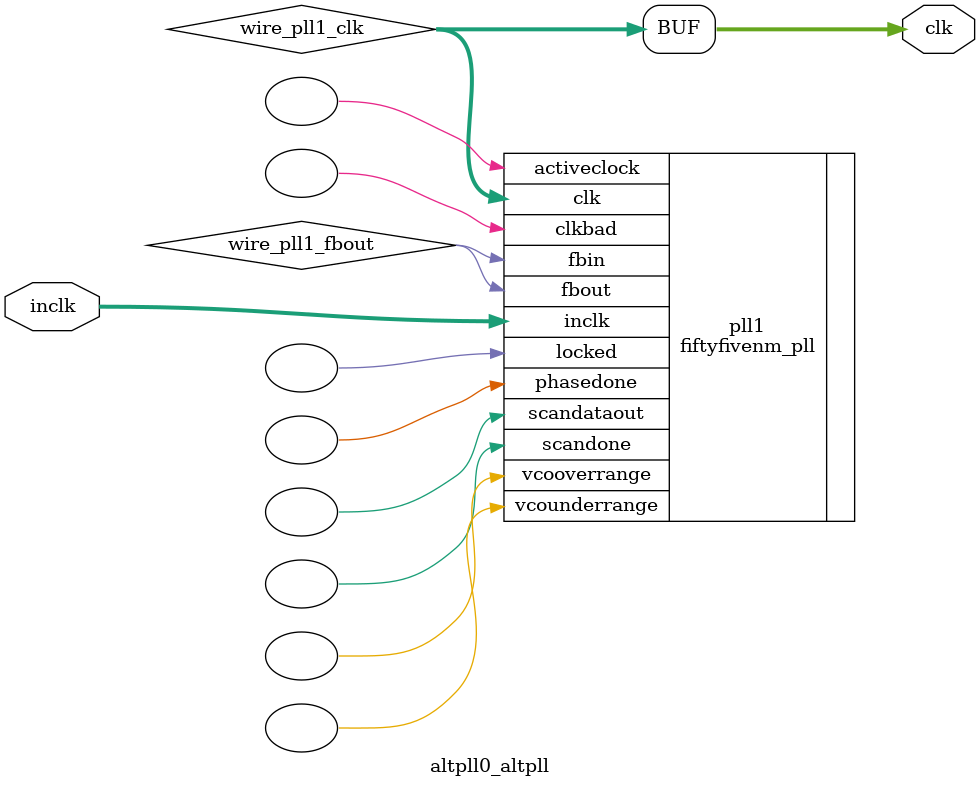
<source format=v>






//synthesis_resources = fiftyfivenm_pll 1 
//synopsys translate_off
`timescale 1 ps / 1 ps
//synopsys translate_on
module  altpll0_altpll
	( 
	clk,
	inclk) /* synthesis synthesis_clearbox=1 */;
	output   [4:0]  clk;
	input   [1:0]  inclk;
`ifndef ALTERA_RESERVED_QIS
// synopsys translate_off
`endif
	tri0   [1:0]  inclk;
`ifndef ALTERA_RESERVED_QIS
// synopsys translate_on
`endif

	wire  [4:0]   wire_pll1_clk;
	wire  wire_pll1_fbout;

	fiftyfivenm_pll   pll1
	( 
	.activeclock(),
	.clk(wire_pll1_clk),
	.clkbad(),
	.fbin(wire_pll1_fbout),
	.fbout(wire_pll1_fbout),
	.inclk(inclk),
	.locked(),
	.phasedone(),
	.scandataout(),
	.scandone(),
	.vcooverrange(),
	.vcounderrange()
	`ifndef FORMAL_VERIFICATION
	// synopsys translate_off
	`endif
	,
	.areset(1'b0),
	.clkswitch(1'b0),
	.configupdate(1'b0),
	.pfdena(1'b1),
	.phasecounterselect({3{1'b0}}),
	.phasestep(1'b0),
	.phaseupdown(1'b0),
	.scanclk(1'b0),
	.scanclkena(1'b1),
	.scandata(1'b0)
	`ifndef FORMAL_VERIFICATION
	// synopsys translate_on
	`endif
	);
	defparam
		pll1.bandwidth_type = "auto",
		pll1.clk0_divide_by = 5,
		pll1.clk0_duty_cycle = 50,
		pll1.clk0_multiply_by = 1,
		pll1.clk0_phase_shift = "0",
		pll1.compensate_clock = "clk0",
		pll1.inclk0_input_frequency = 20000,
		pll1.operation_mode = "normal",
		pll1.pll_type = "auto",
		pll1.lpm_type = "fiftyfivenm_pll";
	assign
		clk = {wire_pll1_clk[4:0]};
endmodule //altpll0_altpll
//VALID FILE

</source>
